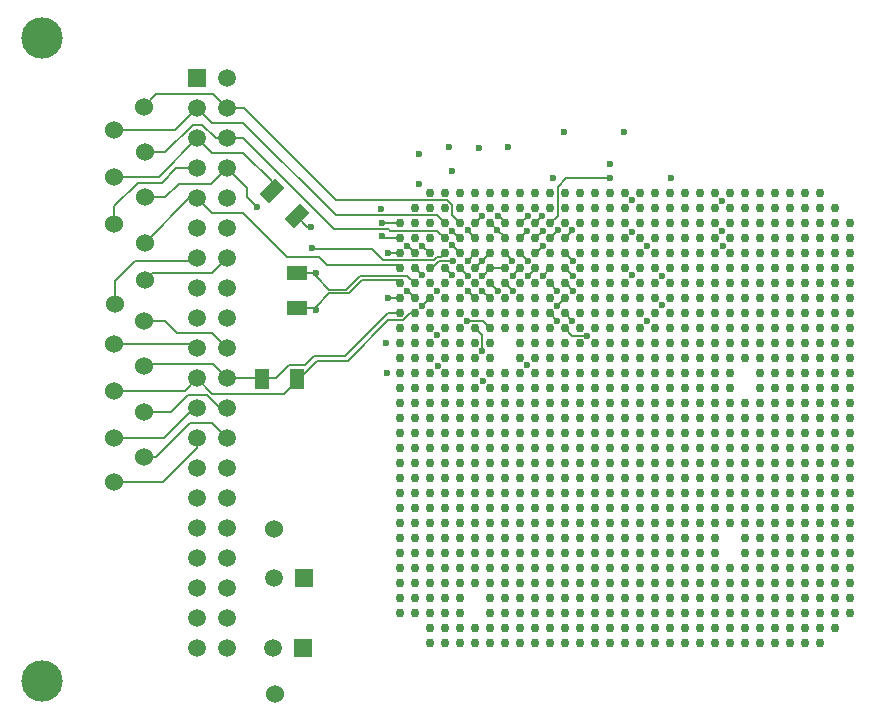
<source format=gtl>
%FSLAX44Y44*%
%MOMM*%
G71*
G01*
G75*
G04 Layer_Physical_Order=1*
G04 Layer_Color=255*
%ADD10R,1.8000X1.1500*%
%ADD11C,0.7620*%
G04:AMPARAMS|DCode=12|XSize=1.15mm|YSize=1.8mm|CornerRadius=0mm|HoleSize=0mm|Usage=FLASHONLY|Rotation=135.000|XOffset=0mm|YOffset=0mm|HoleType=Round|Shape=Rectangle|*
%AMROTATEDRECTD12*
4,1,4,1.0430,0.2298,-0.2298,-1.0430,-1.0430,-0.2298,0.2298,1.0430,1.0430,0.2298,0.0*
%
%ADD12ROTATEDRECTD12*%

%ADD13R,1.1500X1.8000*%
%ADD14C,0.1500*%
%ADD15C,1.5000*%
%ADD16R,1.5000X1.5000*%
%ADD17R,1.5000X1.5000*%
%ADD18C,1.5240*%
%ADD19C,3.5000*%
%ADD20C,0.6000*%
D10*
X615724Y853412D02*
D03*
Y883412D02*
D03*
D11*
X702818Y849376D02*
D03*
X715518D02*
D03*
X702818Y874776D02*
D03*
X715518D02*
D03*
Y862076D02*
D03*
X728218D02*
D03*
X779018Y874776D02*
D03*
X791718D02*
D03*
X829818Y849376D02*
D03*
X842518D02*
D03*
X1071118Y582676D02*
D03*
X1058418D02*
D03*
X1045718D02*
D03*
X1033018D02*
D03*
X1020318D02*
D03*
X1007618D02*
D03*
X994918D02*
D03*
X982218D02*
D03*
X969518D02*
D03*
X956818D02*
D03*
X944118D02*
D03*
X931418D02*
D03*
X918718D02*
D03*
X906018D02*
D03*
X893318D02*
D03*
X880618D02*
D03*
X867918D02*
D03*
X855218D02*
D03*
X842518D02*
D03*
X829818D02*
D03*
X817118D02*
D03*
X804418D02*
D03*
X791718D02*
D03*
X779018D02*
D03*
X766318D02*
D03*
X753618D02*
D03*
X740918D02*
D03*
X728218D02*
D03*
Y950976D02*
D03*
X740918D02*
D03*
X753618D02*
D03*
X766318D02*
D03*
X779018D02*
D03*
X791718D02*
D03*
X804418D02*
D03*
X817118D02*
D03*
X829818D02*
D03*
X842518D02*
D03*
X855218D02*
D03*
X867918D02*
D03*
X880618D02*
D03*
X893318D02*
D03*
X906018D02*
D03*
X918718D02*
D03*
X931418D02*
D03*
X944118D02*
D03*
X956818D02*
D03*
X969518D02*
D03*
X982218D02*
D03*
X994918D02*
D03*
X1007618D02*
D03*
X1020318D02*
D03*
X1033018D02*
D03*
X1045718D02*
D03*
X1058418D02*
D03*
X715518Y938276D02*
D03*
X728218D02*
D03*
X740918D02*
D03*
X753618D02*
D03*
X766318D02*
D03*
X779018D02*
D03*
X791718D02*
D03*
X804418D02*
D03*
X817118D02*
D03*
X829818D02*
D03*
X842518D02*
D03*
X855218D02*
D03*
X867918D02*
D03*
X880618D02*
D03*
X893318D02*
D03*
X906018D02*
D03*
X918718D02*
D03*
X931418D02*
D03*
X944118D02*
D03*
X956818D02*
D03*
X969518D02*
D03*
X982218D02*
D03*
X994918D02*
D03*
X1007618D02*
D03*
X1020318D02*
D03*
X1033018D02*
D03*
X1045718D02*
D03*
X1058418D02*
D03*
X1071118D02*
D03*
X855218Y925576D02*
D03*
X867918D02*
D03*
X880618D02*
D03*
X893318D02*
D03*
X906018D02*
D03*
X918718D02*
D03*
X931418D02*
D03*
X944118D02*
D03*
X956818D02*
D03*
X969518D02*
D03*
X982218D02*
D03*
X994918D02*
D03*
X1007618D02*
D03*
X1020318D02*
D03*
X1033018D02*
D03*
X1045718D02*
D03*
X1058418D02*
D03*
X1071118D02*
D03*
X1083818D02*
D03*
X855218Y912876D02*
D03*
X867918D02*
D03*
X880618D02*
D03*
X893318D02*
D03*
X906018D02*
D03*
X918718D02*
D03*
X931418D02*
D03*
X944118D02*
D03*
X956818D02*
D03*
X969518D02*
D03*
X982218D02*
D03*
X994918D02*
D03*
X1007618D02*
D03*
X1020318D02*
D03*
X1033018D02*
D03*
X1045718D02*
D03*
X1058418D02*
D03*
X1071118D02*
D03*
X1083818D02*
D03*
X855218Y900176D02*
D03*
X867918D02*
D03*
X880618D02*
D03*
X893318D02*
D03*
X906018D02*
D03*
X918718D02*
D03*
X931418D02*
D03*
X944118D02*
D03*
X956818D02*
D03*
X969518D02*
D03*
X982218D02*
D03*
X994918D02*
D03*
X1007618D02*
D03*
X1020318D02*
D03*
X1033018D02*
D03*
X1045718D02*
D03*
X1058418D02*
D03*
X1071118D02*
D03*
X1083818D02*
D03*
X855218Y887476D02*
D03*
X867918D02*
D03*
X880618D02*
D03*
X893318D02*
D03*
X906018D02*
D03*
X918718D02*
D03*
X931418D02*
D03*
X944118D02*
D03*
X956818D02*
D03*
X969518D02*
D03*
X982218D02*
D03*
X994918D02*
D03*
X1007618D02*
D03*
X1020318D02*
D03*
X1033018D02*
D03*
X1045718D02*
D03*
X1058418D02*
D03*
X1071118D02*
D03*
X1083818D02*
D03*
X855218Y874776D02*
D03*
X867918D02*
D03*
X880618D02*
D03*
X893318D02*
D03*
X906018D02*
D03*
X918718D02*
D03*
X931418D02*
D03*
X944118D02*
D03*
X956818D02*
D03*
X969518D02*
D03*
X982218D02*
D03*
X994918D02*
D03*
X1007618D02*
D03*
X1020318D02*
D03*
X1033018D02*
D03*
X1045718D02*
D03*
X1058418D02*
D03*
X1071118D02*
D03*
X1083818D02*
D03*
X855218Y862076D02*
D03*
X867918D02*
D03*
X880618D02*
D03*
X893318D02*
D03*
X906018D02*
D03*
X918718D02*
D03*
X931418D02*
D03*
X944118D02*
D03*
X956818D02*
D03*
X969518D02*
D03*
X982218D02*
D03*
X994918D02*
D03*
X1007618D02*
D03*
X1020318D02*
D03*
X1033018D02*
D03*
X1045718D02*
D03*
X1058418D02*
D03*
X1071118D02*
D03*
X1083818D02*
D03*
X855218Y849376D02*
D03*
X867918D02*
D03*
X880618D02*
D03*
X893318D02*
D03*
X906018D02*
D03*
X918718D02*
D03*
X931418D02*
D03*
X944118D02*
D03*
X956818D02*
D03*
X969518D02*
D03*
X982218D02*
D03*
X994918D02*
D03*
X1007618D02*
D03*
X1020318D02*
D03*
X1033018D02*
D03*
X1045718D02*
D03*
X1058418D02*
D03*
X1071118D02*
D03*
X1083818D02*
D03*
X702818Y836676D02*
D03*
X715518D02*
D03*
X842518D02*
D03*
X855218D02*
D03*
X867918D02*
D03*
X880618D02*
D03*
X893318D02*
D03*
X906018D02*
D03*
X918718D02*
D03*
X931418D02*
D03*
X944118D02*
D03*
X956818D02*
D03*
X969518D02*
D03*
X982218D02*
D03*
X994918D02*
D03*
X1007618D02*
D03*
X1020318D02*
D03*
X1033018D02*
D03*
X1045718D02*
D03*
X1058418D02*
D03*
X1071118D02*
D03*
X1083818D02*
D03*
X702818Y823976D02*
D03*
X715518D02*
D03*
X728218D02*
D03*
X740918D02*
D03*
X753618D02*
D03*
X766318D02*
D03*
X779018D02*
D03*
X804418D02*
D03*
X817118D02*
D03*
X829818D02*
D03*
X842518D02*
D03*
X855218D02*
D03*
X867918D02*
D03*
X880618D02*
D03*
X893318D02*
D03*
X906018D02*
D03*
X918718D02*
D03*
X931418D02*
D03*
X944118D02*
D03*
X956818D02*
D03*
X969518D02*
D03*
X982218D02*
D03*
X994918D02*
D03*
X1007618D02*
D03*
X1020318D02*
D03*
X1033018D02*
D03*
X1045718D02*
D03*
X1058418D02*
D03*
X1071118D02*
D03*
X1083818D02*
D03*
X702818Y811276D02*
D03*
X715518D02*
D03*
X728218D02*
D03*
X740918D02*
D03*
X753618D02*
D03*
X766318D02*
D03*
X779018D02*
D03*
X804418D02*
D03*
X817118D02*
D03*
X829818D02*
D03*
X842518D02*
D03*
X855218D02*
D03*
X867918D02*
D03*
X880618D02*
D03*
X893318D02*
D03*
X906018D02*
D03*
X918718D02*
D03*
X931418D02*
D03*
X944118D02*
D03*
X956818D02*
D03*
X969518D02*
D03*
X982218D02*
D03*
X994918D02*
D03*
X1007618D02*
D03*
X1020318D02*
D03*
X1033018D02*
D03*
X1045718D02*
D03*
X1058418D02*
D03*
X1071118D02*
D03*
X1083818D02*
D03*
X702818Y798576D02*
D03*
X715518D02*
D03*
X728218D02*
D03*
X740918D02*
D03*
X753618D02*
D03*
X766318D02*
D03*
X779018D02*
D03*
X791718D02*
D03*
X804418D02*
D03*
X817118D02*
D03*
X829818D02*
D03*
X842518D02*
D03*
X855218D02*
D03*
X867918D02*
D03*
X880618D02*
D03*
X893318D02*
D03*
X906018D02*
D03*
X918718D02*
D03*
X931418D02*
D03*
X944118D02*
D03*
X956818D02*
D03*
X969518D02*
D03*
X982218D02*
D03*
X1007618D02*
D03*
X1020318D02*
D03*
X1033018D02*
D03*
X1045718D02*
D03*
X1058418D02*
D03*
X1071118D02*
D03*
X1083818D02*
D03*
X702818Y785876D02*
D03*
X715518D02*
D03*
X728218D02*
D03*
X740918D02*
D03*
X753618D02*
D03*
X766318D02*
D03*
X779018D02*
D03*
X791718D02*
D03*
X804418D02*
D03*
X817118D02*
D03*
X829818D02*
D03*
X842518D02*
D03*
X855218D02*
D03*
X867918D02*
D03*
X880618D02*
D03*
X893318D02*
D03*
X906018D02*
D03*
X918718D02*
D03*
X931418D02*
D03*
X944118D02*
D03*
X956818D02*
D03*
X969518D02*
D03*
X982218D02*
D03*
X1007618D02*
D03*
X1020318D02*
D03*
X1033018D02*
D03*
X1045718D02*
D03*
X1058418D02*
D03*
X1071118D02*
D03*
X1083818D02*
D03*
X702818Y773176D02*
D03*
X715518D02*
D03*
X728218D02*
D03*
X740918D02*
D03*
X753618D02*
D03*
X766318D02*
D03*
X779018D02*
D03*
X791718D02*
D03*
X804418D02*
D03*
X817118D02*
D03*
X829818D02*
D03*
X842518D02*
D03*
X855218D02*
D03*
X867918D02*
D03*
X880618D02*
D03*
X893318D02*
D03*
X906018D02*
D03*
X918718D02*
D03*
X931418D02*
D03*
X944118D02*
D03*
X956818D02*
D03*
X969518D02*
D03*
X982218D02*
D03*
X994918D02*
D03*
X1007618D02*
D03*
X1020318D02*
D03*
X1033018D02*
D03*
X1045718D02*
D03*
X1058418D02*
D03*
X1071118D02*
D03*
X1083818D02*
D03*
X702818Y760476D02*
D03*
X715518D02*
D03*
X728218D02*
D03*
X740918D02*
D03*
X753618D02*
D03*
X766318D02*
D03*
X779018D02*
D03*
X791718D02*
D03*
X804418D02*
D03*
X817118D02*
D03*
X829818D02*
D03*
X842518D02*
D03*
X855218D02*
D03*
X867918D02*
D03*
X880618D02*
D03*
X893318D02*
D03*
X906018D02*
D03*
X918718D02*
D03*
X931418D02*
D03*
X944118D02*
D03*
X956818D02*
D03*
X969518D02*
D03*
X982218D02*
D03*
X994918D02*
D03*
X1007618D02*
D03*
X1020318D02*
D03*
X1033018D02*
D03*
X1045718D02*
D03*
X1058418D02*
D03*
X1071118D02*
D03*
X1083818D02*
D03*
X702818Y747776D02*
D03*
X715518D02*
D03*
X728218D02*
D03*
X740918D02*
D03*
X753618D02*
D03*
X766318D02*
D03*
X779018D02*
D03*
X791718D02*
D03*
X804418D02*
D03*
X817118D02*
D03*
X829818D02*
D03*
X842518D02*
D03*
X855218D02*
D03*
X867918D02*
D03*
X880618D02*
D03*
X893318D02*
D03*
X906018D02*
D03*
X918718D02*
D03*
X931418D02*
D03*
X944118D02*
D03*
X956818D02*
D03*
X969518D02*
D03*
X982218D02*
D03*
X994918D02*
D03*
X1007618D02*
D03*
X1020318D02*
D03*
X1033018D02*
D03*
X1045718D02*
D03*
X1058418D02*
D03*
X1071118D02*
D03*
X1083818D02*
D03*
X702818Y735076D02*
D03*
X715518D02*
D03*
X728218D02*
D03*
X740918D02*
D03*
X753618D02*
D03*
X766318D02*
D03*
X779018D02*
D03*
X791718D02*
D03*
X804418D02*
D03*
X817118D02*
D03*
X829818D02*
D03*
X842518D02*
D03*
X855218D02*
D03*
X867918D02*
D03*
X880618D02*
D03*
X893318D02*
D03*
X906018D02*
D03*
X918718D02*
D03*
X931418D02*
D03*
X944118D02*
D03*
X956818D02*
D03*
X969518D02*
D03*
X982218D02*
D03*
X994918D02*
D03*
X1007618D02*
D03*
X1020318D02*
D03*
X1033018D02*
D03*
X1045718D02*
D03*
X1058418D02*
D03*
X1071118D02*
D03*
X1083818D02*
D03*
X702818Y722376D02*
D03*
X715518D02*
D03*
X728218D02*
D03*
X740918D02*
D03*
X753618D02*
D03*
X766318D02*
D03*
X779018D02*
D03*
X791718D02*
D03*
X804418D02*
D03*
X817118D02*
D03*
X829818D02*
D03*
X842518D02*
D03*
X855218D02*
D03*
X867918D02*
D03*
X880618D02*
D03*
X893318D02*
D03*
X906018D02*
D03*
X918718D02*
D03*
X931418D02*
D03*
X944118D02*
D03*
X956818D02*
D03*
X969518D02*
D03*
X982218D02*
D03*
X994918D02*
D03*
X1007618D02*
D03*
X1020318D02*
D03*
X1033018D02*
D03*
X1045718D02*
D03*
X1058418D02*
D03*
X1071118D02*
D03*
X1083818D02*
D03*
X702818Y709676D02*
D03*
X715518D02*
D03*
X728218D02*
D03*
X740918D02*
D03*
X753618D02*
D03*
X766318D02*
D03*
X779018D02*
D03*
X791718D02*
D03*
X804418D02*
D03*
X817118D02*
D03*
X829818D02*
D03*
X842518D02*
D03*
X855218D02*
D03*
X867918D02*
D03*
X880618D02*
D03*
X893318D02*
D03*
X906018D02*
D03*
X918718D02*
D03*
X931418D02*
D03*
X944118D02*
D03*
X956818D02*
D03*
X969518D02*
D03*
X982218D02*
D03*
X994918D02*
D03*
X1007618D02*
D03*
X1020318D02*
D03*
X1033018D02*
D03*
X1045718D02*
D03*
X1058418D02*
D03*
X1071118D02*
D03*
X1083818D02*
D03*
X702818Y696976D02*
D03*
X715518D02*
D03*
X728218D02*
D03*
X740918D02*
D03*
X753618D02*
D03*
X766318D02*
D03*
X779018D02*
D03*
X791718D02*
D03*
X804418D02*
D03*
X817118D02*
D03*
X829818D02*
D03*
X842518D02*
D03*
X855218D02*
D03*
X867918D02*
D03*
X880618D02*
D03*
X893318D02*
D03*
X906018D02*
D03*
X918718D02*
D03*
X931418D02*
D03*
X944118D02*
D03*
X956818D02*
D03*
X969518D02*
D03*
X982218D02*
D03*
X994918D02*
D03*
X1007618D02*
D03*
X1020318D02*
D03*
X1033018D02*
D03*
X1045718D02*
D03*
X1058418D02*
D03*
X1071118D02*
D03*
X1083818D02*
D03*
X702818Y684276D02*
D03*
X715518D02*
D03*
X728218D02*
D03*
X740918D02*
D03*
X753618D02*
D03*
X766318D02*
D03*
X779018D02*
D03*
X791718D02*
D03*
X804418D02*
D03*
X817118D02*
D03*
X829818D02*
D03*
X842518D02*
D03*
X855218D02*
D03*
X867918D02*
D03*
X880618D02*
D03*
X893318D02*
D03*
X906018D02*
D03*
X918718D02*
D03*
X931418D02*
D03*
X944118D02*
D03*
X956818D02*
D03*
X969518D02*
D03*
X982218D02*
D03*
X994918D02*
D03*
X1007618D02*
D03*
X1020318D02*
D03*
X1033018D02*
D03*
X1045718D02*
D03*
X1058418D02*
D03*
X1071118D02*
D03*
X1083818D02*
D03*
X702818Y671576D02*
D03*
X715518D02*
D03*
X728218D02*
D03*
X740918D02*
D03*
X753618D02*
D03*
X766318D02*
D03*
X779018D02*
D03*
X791718D02*
D03*
X804418D02*
D03*
X817118D02*
D03*
X829818D02*
D03*
X842518D02*
D03*
X855218D02*
D03*
X867918D02*
D03*
X880618D02*
D03*
X893318D02*
D03*
X906018D02*
D03*
X918718D02*
D03*
X931418D02*
D03*
X944118D02*
D03*
X956818D02*
D03*
X969518D02*
D03*
X982218D02*
D03*
X994918D02*
D03*
X1007618D02*
D03*
X1020318D02*
D03*
X1033018D02*
D03*
X1045718D02*
D03*
X1058418D02*
D03*
X1071118D02*
D03*
X1083818D02*
D03*
X702818Y658876D02*
D03*
X715518D02*
D03*
X728218D02*
D03*
X740918D02*
D03*
X753618D02*
D03*
X766318D02*
D03*
X779018D02*
D03*
X791718D02*
D03*
X804418D02*
D03*
X817118D02*
D03*
X829818D02*
D03*
X842518D02*
D03*
X855218D02*
D03*
X867918D02*
D03*
X880618D02*
D03*
X893318D02*
D03*
X906018D02*
D03*
X918718D02*
D03*
X931418D02*
D03*
X944118D02*
D03*
X956818D02*
D03*
X969518D02*
D03*
X994918D02*
D03*
X1007618D02*
D03*
X1020318D02*
D03*
X1033018D02*
D03*
X1045718D02*
D03*
X1058418D02*
D03*
X1071118D02*
D03*
X1083818D02*
D03*
X702818Y646176D02*
D03*
X715518D02*
D03*
X728218D02*
D03*
X740918D02*
D03*
X753618D02*
D03*
X766318D02*
D03*
X779018D02*
D03*
X791718D02*
D03*
X804418D02*
D03*
X817118D02*
D03*
X829818D02*
D03*
X842518D02*
D03*
X855218D02*
D03*
X867918D02*
D03*
X880618D02*
D03*
X893318D02*
D03*
X906018D02*
D03*
X918718D02*
D03*
X931418D02*
D03*
X944118D02*
D03*
X956818D02*
D03*
X969518D02*
D03*
X994918D02*
D03*
X1007618D02*
D03*
X1020318D02*
D03*
X1033018D02*
D03*
X1045718D02*
D03*
X1058418D02*
D03*
X1071118D02*
D03*
X1083818D02*
D03*
X702818Y633476D02*
D03*
X715518D02*
D03*
X728218D02*
D03*
X740918D02*
D03*
X753618D02*
D03*
X766318D02*
D03*
X779018D02*
D03*
X791718D02*
D03*
X804418D02*
D03*
X817118D02*
D03*
X829818D02*
D03*
X842518D02*
D03*
X855218D02*
D03*
X867918D02*
D03*
X880618D02*
D03*
X893318D02*
D03*
X906018D02*
D03*
X918718D02*
D03*
X931418D02*
D03*
X944118D02*
D03*
X956818D02*
D03*
X969518D02*
D03*
X982218D02*
D03*
X994918D02*
D03*
X1007618D02*
D03*
X1020318D02*
D03*
X1033018D02*
D03*
X1045718D02*
D03*
X1058418D02*
D03*
X1071118D02*
D03*
X1083818D02*
D03*
X702818Y620776D02*
D03*
X715518D02*
D03*
X728218D02*
D03*
X740918D02*
D03*
X753618D02*
D03*
X766318D02*
D03*
X779018D02*
D03*
X791718D02*
D03*
X804418D02*
D03*
X817118D02*
D03*
X829818D02*
D03*
X842518D02*
D03*
X855218D02*
D03*
X867918D02*
D03*
X880618D02*
D03*
X893318D02*
D03*
X906018D02*
D03*
X918718D02*
D03*
X931418D02*
D03*
X944118D02*
D03*
X956818D02*
D03*
X969518D02*
D03*
X982218D02*
D03*
X994918D02*
D03*
X1007618D02*
D03*
X1020318D02*
D03*
X1033018D02*
D03*
X1045718D02*
D03*
X1058418D02*
D03*
X1071118D02*
D03*
X1083818D02*
D03*
X702818Y608076D02*
D03*
X715518D02*
D03*
X728218D02*
D03*
X740918D02*
D03*
X753618D02*
D03*
X779018D02*
D03*
X791718D02*
D03*
X804418D02*
D03*
X817118D02*
D03*
X829818D02*
D03*
X842518D02*
D03*
X855218D02*
D03*
X867918D02*
D03*
X880618D02*
D03*
X893318D02*
D03*
X906018D02*
D03*
X918718D02*
D03*
X931418D02*
D03*
X944118D02*
D03*
X956818D02*
D03*
X969518D02*
D03*
X982218D02*
D03*
X994918D02*
D03*
X1007618D02*
D03*
X1020318D02*
D03*
X1033018D02*
D03*
X1045718D02*
D03*
X1058418D02*
D03*
X1071118D02*
D03*
X1083818D02*
D03*
X702818Y595376D02*
D03*
X715518D02*
D03*
X728218D02*
D03*
X740918D02*
D03*
X753618D02*
D03*
X779018D02*
D03*
X791718D02*
D03*
X804418D02*
D03*
X817118D02*
D03*
X829818D02*
D03*
X842518D02*
D03*
X855218D02*
D03*
X867918D02*
D03*
X880618D02*
D03*
X893318D02*
D03*
X906018D02*
D03*
X918718D02*
D03*
X931418D02*
D03*
X944118D02*
D03*
X956818D02*
D03*
X969518D02*
D03*
X982218D02*
D03*
X994918D02*
D03*
X1007618D02*
D03*
X1020318D02*
D03*
X1033018D02*
D03*
X1045718D02*
D03*
X1058418D02*
D03*
X1071118D02*
D03*
X1083818D02*
D03*
X728218Y569976D02*
D03*
X740918D02*
D03*
X753618D02*
D03*
X766318D02*
D03*
X779018D02*
D03*
X791718D02*
D03*
X804418D02*
D03*
X817118D02*
D03*
X829818D02*
D03*
X842518D02*
D03*
X855218D02*
D03*
X867918D02*
D03*
X880618D02*
D03*
X893318D02*
D03*
X906018D02*
D03*
X918718D02*
D03*
X931418D02*
D03*
X944118D02*
D03*
X956818D02*
D03*
X969518D02*
D03*
X982218D02*
D03*
X994918D02*
D03*
X1007618D02*
D03*
X1020318D02*
D03*
X1033018D02*
D03*
X1045718D02*
D03*
X1058418D02*
D03*
X728218Y836676D02*
D03*
X740918D02*
D03*
X753618D02*
D03*
X766318D02*
D03*
X779018D02*
D03*
X791718D02*
D03*
X804418D02*
D03*
X817118D02*
D03*
X829818D02*
D03*
X817118Y849376D02*
D03*
X804418D02*
D03*
X791718D02*
D03*
X779018D02*
D03*
X766318D02*
D03*
X753618D02*
D03*
X740918D02*
D03*
X728218D02*
D03*
X829818Y874776D02*
D03*
X817118D02*
D03*
X804418D02*
D03*
X766318D02*
D03*
X753618D02*
D03*
X740918D02*
D03*
X728218D02*
D03*
X829818Y887476D02*
D03*
X817118D02*
D03*
X804418D02*
D03*
X791718D02*
D03*
X779018D02*
D03*
X766318D02*
D03*
X753618D02*
D03*
X740918D02*
D03*
X728218D02*
D03*
X715518D02*
D03*
X702818D02*
D03*
X829818Y900176D02*
D03*
X817118D02*
D03*
X804418D02*
D03*
X791718D02*
D03*
X779018D02*
D03*
X766318D02*
D03*
X753618D02*
D03*
X740918D02*
D03*
X728218D02*
D03*
X715518D02*
D03*
X702818D02*
D03*
X829818Y912876D02*
D03*
X817118D02*
D03*
X804418D02*
D03*
X791718D02*
D03*
X779018D02*
D03*
X766318D02*
D03*
X753618D02*
D03*
X740918D02*
D03*
X728218D02*
D03*
X715518D02*
D03*
X702818D02*
D03*
X829818Y925576D02*
D03*
X817118D02*
D03*
X804418D02*
D03*
X791718D02*
D03*
X779018D02*
D03*
X766318D02*
D03*
X753618D02*
D03*
X740918D02*
D03*
X728218D02*
D03*
X715518D02*
D03*
X702818D02*
D03*
X842518Y874776D02*
D03*
Y887476D02*
D03*
Y900176D02*
D03*
Y912876D02*
D03*
Y925576D02*
D03*
Y862076D02*
D03*
X702818D02*
D03*
X740918D02*
D03*
X753618D02*
D03*
X766318D02*
D03*
X779018D02*
D03*
X791718D02*
D03*
X804418D02*
D03*
X817118D02*
D03*
X829818D02*
D03*
D12*
X615442Y931418D02*
D03*
X594229Y952631D02*
D03*
D13*
X585696Y794004D02*
D03*
X615696D02*
D03*
D14*
X531114Y794258D02*
X544068Y781304D01*
X797814Y893826D02*
Y893916D01*
X797896Y893998D01*
X791718Y900176D02*
X797896Y893998D01*
X760222Y893572D02*
Y893826D01*
X766318Y899922D01*
X779018Y887476D02*
X791718D01*
X700278Y877316D02*
X702818Y874776D01*
X692912Y849376D02*
X702818D01*
X556514Y794258D02*
X597764D01*
X609014Y805508D01*
X622703D01*
X630249Y813054D01*
X711388Y849376D02*
X715518D01*
X705328Y843316D02*
X711388Y849376D01*
X772500Y817500D02*
Y830494D01*
X766318Y836676D02*
X772500Y830494D01*
X785368Y919988D02*
X791718Y913638D01*
Y912876D02*
Y913638D01*
X737314Y896572D02*
X740918Y900176D01*
X733833Y896572D02*
X737314D01*
X731377Y894116D02*
X733833Y896572D01*
X741172Y887476D02*
X747268Y881380D01*
X740918Y887476D02*
X741172D01*
X615442Y931418D02*
X624332Y922528D01*
X627888D01*
X573532Y947468D02*
X581500Y939500D01*
X573532Y947468D02*
Y955040D01*
X556514Y972058D02*
X573532Y955040D01*
X631952Y852170D02*
Y854988D01*
X615724Y853412D02*
X630710D01*
X615724Y883412D02*
X631190D01*
X709618Y867918D02*
X715518Y862018D01*
X728076Y862076D02*
X728218D01*
X721500Y855500D02*
X728076Y862076D01*
X708914Y867918D02*
X709618D01*
X715518Y862018D02*
Y862076D01*
X643128Y869164D02*
X656820D01*
X631952Y854988D02*
X643128Y866164D01*
X631444Y880848D02*
X643128Y869164D01*
X631444Y880848D02*
Y883158D01*
X715518Y887476D02*
X721614Y881380D01*
X699770Y890524D02*
X702818Y887476D01*
X641096Y890524D02*
X699770D01*
X721060Y906526D02*
X721868D01*
X728218Y900176D01*
X687578Y913892D02*
Y914654D01*
Y913892D02*
X688594Y912876D01*
X702818D01*
X628500Y904500D02*
X629220Y903780D01*
X708660Y906272D02*
X709422D01*
X715518Y900176D01*
X842518Y849376D02*
X848868Y843026D01*
X829818Y849376D02*
X836168Y843026D01*
X861314Y830326D02*
X861568Y830072D01*
X848868Y830326D02*
X861314D01*
X791972Y874776D02*
X798576Y868172D01*
X791718Y874776D02*
X791972D01*
X779018D02*
X785622Y868172D01*
X687324Y925830D02*
X687578Y925576D01*
X702818D01*
X692658Y861822D02*
X692912Y862076D01*
X702818D01*
X692912Y899922D02*
X693166Y900176D01*
X702818D01*
X798830Y881126D02*
Y881888D01*
X804418Y887476D01*
X766318Y899922D02*
Y900176D01*
X772160Y881126D02*
X772922D01*
X779018Y887222D01*
X842521Y887476D02*
X848998Y880998D01*
X842518Y887476D02*
X842521D01*
X843221Y874776D02*
X849498Y868498D01*
X842518Y874776D02*
X843221D01*
X836168Y855472D02*
Y855726D01*
X842518Y862076D01*
X829818Y874682D02*
X836000Y868500D01*
X829818Y874682D02*
Y874776D01*
X759500Y843000D02*
X772694D01*
X779018Y836676D01*
X760000Y868500D02*
X766318Y862182D01*
Y862076D02*
Y862182D01*
X772414Y893572D02*
X779018Y900176D01*
X766318Y887476D02*
X772414Y893572D01*
X747268Y907034D02*
X753618Y900684D01*
Y900176D02*
Y900684D01*
X779780Y925576D02*
X785368Y919988D01*
X779018Y925576D02*
X779780D01*
X787098Y930402D02*
X791718Y925782D01*
X842518Y836676D02*
X848868Y830326D01*
X727976Y887476D02*
X728218D01*
X753618Y887382D02*
X760000Y881000D01*
X753618Y887382D02*
Y887476D01*
X779018Y887222D02*
Y887476D01*
X772414Y868426D02*
X778764Y862076D01*
X779018D01*
X804418Y900079D02*
X810998Y893498D01*
X804418Y900079D02*
Y900176D01*
X811000Y881000D02*
X817118Y887118D01*
Y887476D01*
X823500Y881000D02*
X829818Y887318D01*
Y887476D01*
X842518Y900176D02*
X849122Y893572D01*
X848868Y919226D02*
Y919480D01*
X842518Y912876D02*
X848868Y919226D01*
X804418Y912876D02*
X810498Y918956D01*
X817118Y925576D02*
X823468Y931926D01*
X804576Y925576D02*
X811000Y932000D01*
X804418Y925576D02*
X804576D01*
X791718D02*
Y925782D01*
X766576Y925576D02*
X772500Y931500D01*
X766318Y925576D02*
X766576D01*
X747000Y919000D02*
X753124Y912876D01*
X753618D01*
X760000Y919194D02*
Y919500D01*
Y919194D02*
X766318Y912876D01*
X817676Y900176D02*
X824000Y906500D01*
X817118Y900176D02*
X817676D01*
X817376Y912876D02*
X823500Y919000D01*
X817118Y912876D02*
X817376D01*
X829818D02*
X836422Y919480D01*
X543560Y934212D02*
X570230D01*
X543560Y985012D02*
X570230D01*
X594229Y961013D01*
Y952631D02*
Y961013D01*
X543560Y1010412D02*
X570230D01*
X734314Y932180D02*
X740918Y925576D01*
X556514Y997458D02*
X570230D01*
X648462Y944880D02*
X742884D01*
X746978Y932216D02*
X753618Y925576D01*
X742884Y944880D02*
X746978Y940786D01*
Y932216D02*
Y940786D01*
X843534Y963676D02*
X880618D01*
X570484Y1022858D02*
X648462Y944880D01*
X570230Y1010412D02*
X648462Y932180D01*
X734314D01*
X556514Y1022858D02*
X570484D01*
X531114Y997458D02*
X543560Y985012D01*
X531114Y946658D02*
X543560Y934212D01*
X531114Y1022858D02*
X543560Y1010412D01*
X544830Y1034542D02*
X556514Y1022858D01*
X461010Y1004316D02*
X512572D01*
X531114Y1022858D01*
X504190Y985859D02*
X527304Y1008973D01*
X535263D01*
X546777Y997458D01*
X556514D01*
X498602Y964946D02*
X531114Y997458D01*
X515451Y958596D02*
X543052D01*
X556514Y972058D01*
X513334D02*
X531114D01*
X543814Y883158D02*
X556514Y895858D01*
X503936Y843026D02*
X514350Y832612D01*
X543560D01*
X556514Y819658D01*
X460756Y822960D02*
X527812D01*
X531114Y819658D01*
X544322Y806450D02*
X556514Y794258D01*
X460756Y783590D02*
X520446D01*
X531114Y794258D01*
X486410Y765979D02*
X508677D01*
X522986Y780288D01*
X539242D01*
X550672Y768858D01*
X556514D01*
X460756Y743458D02*
X503174D01*
X528574Y768858D01*
X531114D01*
X525018Y756412D02*
X543560D01*
X556514Y743458D01*
X460756Y706120D02*
X501904D01*
X531114Y735330D01*
Y743458D01*
X485902Y1024128D02*
X496316Y1034542D01*
X544830D01*
X486664Y985859D02*
X504190D01*
X461010Y964946D02*
X498602D01*
X486664Y947335D02*
X504190D01*
X515451Y958596D01*
X461010Y924814D02*
Y939800D01*
X480949Y959739D01*
X501015D01*
X513334Y972058D01*
X486664Y908812D02*
X524510Y946658D01*
X531114D01*
X486918Y877316D02*
X492760Y883158D01*
X543814D01*
X461264Y857250D02*
Y876554D01*
X478282Y893572D01*
X528828D02*
X531114Y895858D01*
X478282Y893572D02*
X528828D01*
X486410Y843026D02*
X503936D01*
X486410Y804503D02*
X488357Y806450D01*
X544322D01*
X486410Y727456D02*
X496062D01*
X525018Y756412D01*
X734568Y919226D02*
X740918Y912876D01*
X607187Y897255D02*
X634365D01*
X570230Y934212D02*
X607187Y897255D01*
X634365D02*
X641096Y890524D01*
X679148Y903780D02*
X688812Y894116D01*
X629220Y903780D02*
X679148D01*
X688812Y894116D02*
X731377D01*
X829818Y925576D02*
X836275Y932033D01*
Y956417D01*
X843534Y963676D01*
X656820Y869164D02*
X668881Y881225D01*
X709069D01*
X715518Y874776D01*
X694436Y919226D02*
X734568D01*
X693252Y920410D02*
X694436Y919226D01*
X647278Y920410D02*
X693252D01*
X570230Y997458D02*
X647278Y920410D01*
X659274Y866164D02*
X670426Y877316D01*
X700278D01*
X643128Y866164D02*
X659274D01*
X729816Y887476D02*
X735912Y893572D01*
X747522D01*
X728218Y887476D02*
X729816D01*
X630249Y813054D02*
X656590D01*
X692912Y849376D01*
X693026Y843316D02*
X705328D01*
X658980Y809270D02*
X693026Y843316D01*
X544068Y781304D02*
X604244D01*
X632210Y809270D01*
X658980D01*
D15*
X556514Y641858D02*
D03*
Y667258D02*
D03*
Y591058D02*
D03*
Y616458D02*
D03*
Y743458D02*
D03*
Y768858D02*
D03*
Y565658D02*
D03*
X531114D02*
D03*
Y591058D02*
D03*
Y616458D02*
D03*
Y641858D02*
D03*
Y667258D02*
D03*
X556514Y692658D02*
D03*
X531114D02*
D03*
X556514Y718058D02*
D03*
X531114D02*
D03*
Y743458D02*
D03*
Y768858D02*
D03*
X556514Y794258D02*
D03*
X531114D02*
D03*
X556514Y819658D02*
D03*
X531114D02*
D03*
X556514Y845058D02*
D03*
X531114D02*
D03*
X556514Y870458D02*
D03*
X531114D02*
D03*
X556514Y895858D02*
D03*
X531114D02*
D03*
X556514Y921258D02*
D03*
X531114D02*
D03*
X556514Y946658D02*
D03*
X531114D02*
D03*
X556514Y972058D02*
D03*
X531114D02*
D03*
X556514Y997458D02*
D03*
X531114D02*
D03*
X556514Y1022858D02*
D03*
X531114D02*
D03*
X556514Y1048258D02*
D03*
X595122Y565658D02*
D03*
X596138Y625348D02*
D03*
D16*
X531114Y1048258D02*
D03*
D17*
X620522Y565658D02*
D03*
X621538Y625348D02*
D03*
D18*
X486410Y727456D02*
D03*
Y765979D02*
D03*
Y804503D02*
D03*
X460756Y783590D02*
D03*
X595884Y667004D02*
D03*
X596900Y527050D02*
D03*
X460756Y706120D02*
D03*
X486410Y843026D02*
D03*
X460756Y822960D02*
D03*
Y743458D02*
D03*
X461010Y924814D02*
D03*
Y1004316D02*
D03*
X485902Y1024128D02*
D03*
X461010Y964946D02*
D03*
X486664Y985859D02*
D03*
Y947335D02*
D03*
Y908812D02*
D03*
X461264Y857250D02*
D03*
X486918Y877316D02*
D03*
D19*
X399310Y1082320D02*
D03*
Y537840D02*
D03*
D20*
X797814Y893826D02*
D03*
X760222Y893572D02*
D03*
X747522D02*
D03*
X627888Y922528D02*
D03*
X721500Y855500D02*
D03*
X708914Y867918D02*
D03*
X631952Y852170D02*
D03*
X631444Y883158D02*
D03*
X721060Y906526D02*
D03*
X747268Y881380D02*
D03*
X687578Y914654D02*
D03*
X721614Y881380D02*
D03*
X708660Y906272D02*
D03*
X848868Y843026D02*
D03*
X836168D02*
D03*
X785622Y868172D02*
D03*
X798576D02*
D03*
X686694Y937806D02*
D03*
X772160Y881126D02*
D03*
X798830D02*
D03*
X747268Y907034D02*
D03*
X785622Y931418D02*
D03*
X849122Y893572D02*
D03*
X848868Y919480D02*
D03*
X628500Y904500D02*
D03*
X581500Y939500D02*
D03*
X760000Y868500D02*
D03*
X772500Y817500D02*
D03*
X734500Y830500D02*
D03*
X899500Y918500D02*
D03*
Y945000D02*
D03*
X881000Y976000D02*
D03*
X832000Y964000D02*
D03*
X718820Y983996D02*
D03*
X772500Y931500D02*
D03*
X759500Y843000D02*
D03*
X772414Y868426D02*
D03*
X810998Y893498D02*
D03*
X811000Y881000D02*
D03*
X785368Y919988D02*
D03*
X760000Y919500D02*
D03*
Y881000D02*
D03*
X772414Y893572D02*
D03*
X691642Y798322D02*
D03*
X692658Y861822D02*
D03*
X718820Y958850D02*
D03*
X747000Y919000D02*
D03*
X770000Y989000D02*
D03*
X746506Y969518D02*
D03*
X810498Y918998D02*
D03*
X811000Y932000D02*
D03*
X824000Y906500D02*
D03*
X823500Y919000D02*
D03*
Y881000D02*
D03*
X848998Y880998D02*
D03*
X849498Y868498D02*
D03*
X836168Y855472D02*
D03*
X836000Y868500D02*
D03*
X899414Y881380D02*
D03*
X912368Y842772D02*
D03*
X976122Y906272D02*
D03*
X836422Y919480D02*
D03*
X823468Y931926D02*
D03*
X932180Y964184D02*
D03*
X892500Y1002500D02*
D03*
X841500D02*
D03*
X794512Y989838D02*
D03*
X744728Y990346D02*
D03*
X687324Y925830D02*
D03*
X692912Y899922D02*
D03*
X810260Y805180D02*
D03*
X861568Y830072D02*
D03*
X880618Y963676D02*
D03*
X735000Y804500D02*
D03*
X690880Y823722D02*
D03*
X924814Y881126D02*
D03*
X975868Y918972D02*
D03*
X912368Y906526D02*
D03*
X773000Y792000D02*
D03*
X924814Y855980D02*
D03*
X975868Y944372D02*
D03*
X734568Y868426D02*
D03*
M02*

</source>
